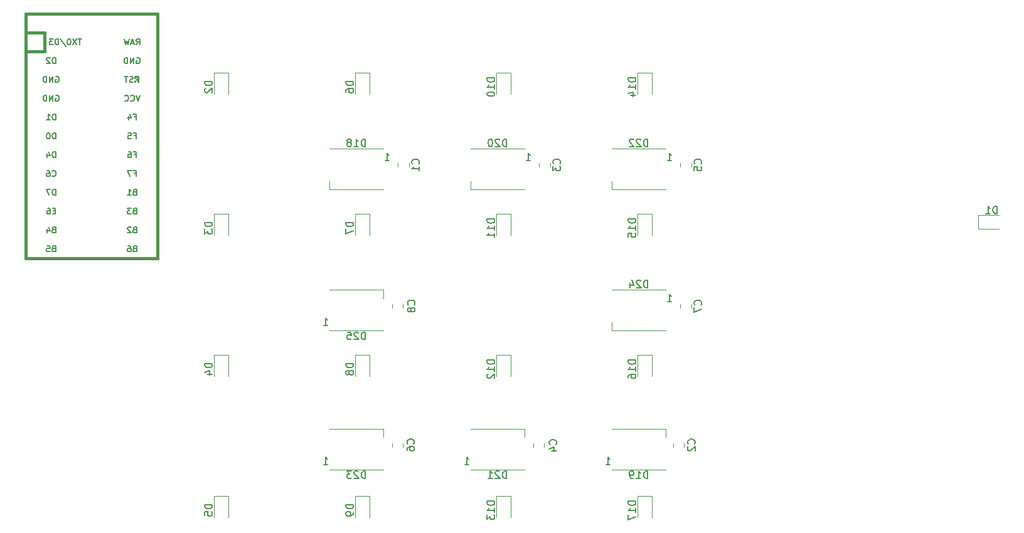
<source format=gbr>
%TF.GenerationSoftware,KiCad,Pcbnew,(5.1.9)-1*%
%TF.CreationDate,2021-03-11T10:21:24+08:00*%
%TF.ProjectId,Retrograde Pad,52657472-6f67-4726-9164-65205061642e,rev?*%
%TF.SameCoordinates,Original*%
%TF.FileFunction,Legend,Bot*%
%TF.FilePolarity,Positive*%
%FSLAX46Y46*%
G04 Gerber Fmt 4.6, Leading zero omitted, Abs format (unit mm)*
G04 Created by KiCad (PCBNEW (5.1.9)-1) date 2021-03-11 10:21:24*
%MOMM*%
%LPD*%
G01*
G04 APERTURE LIST*
%ADD10C,0.120000*%
%ADD11C,0.381000*%
%ADD12C,0.150000*%
G04 APERTURE END LIST*
D10*
%TO.C,C1*%
X108008750Y-72736252D02*
X108008750Y-72213748D01*
X109478750Y-72736252D02*
X109478750Y-72213748D01*
%TO.C,C2*%
X146594500Y-110027998D02*
X146594500Y-110550502D01*
X145124500Y-110027998D02*
X145124500Y-110550502D01*
%TO.C,C3*%
X128528750Y-72736252D02*
X128528750Y-72213748D01*
X127058750Y-72736252D02*
X127058750Y-72213748D01*
%TO.C,C4*%
X126265000Y-110027998D02*
X126265000Y-110550502D01*
X127735000Y-110027998D02*
X127735000Y-110550502D01*
%TO.C,C5*%
X146108750Y-72736252D02*
X146108750Y-72213748D01*
X147578750Y-72736252D02*
X147578750Y-72213748D01*
%TO.C,C6*%
X108685000Y-110027998D02*
X108685000Y-110550502D01*
X107215000Y-110027998D02*
X107215000Y-110550502D01*
%TO.C,C7*%
X147578750Y-91786252D02*
X147578750Y-91263748D01*
X146108750Y-91786252D02*
X146108750Y-91263748D01*
%TO.C,C8*%
X107215000Y-91263748D02*
X107215000Y-91786252D01*
X108685000Y-91263748D02*
X108685000Y-91786252D01*
%TO.C,D18*%
X98743750Y-75775000D02*
X98743750Y-74625000D01*
X106043750Y-75775000D02*
X98743750Y-75775000D01*
X106043750Y-70275000D02*
X98743750Y-70275000D01*
%TO.C,D19*%
X144143750Y-108089250D02*
X144143750Y-109239250D01*
X136843750Y-108089250D02*
X144143750Y-108089250D01*
X136843750Y-113589250D02*
X144143750Y-113589250D01*
%TO.C,D20*%
X125093750Y-70275000D02*
X117793750Y-70275000D01*
X125093750Y-75775000D02*
X117793750Y-75775000D01*
X117793750Y-75775000D02*
X117793750Y-74625000D01*
%TO.C,D21*%
X117793750Y-113589250D02*
X125093750Y-113589250D01*
X117793750Y-108089250D02*
X125093750Y-108089250D01*
X125093750Y-108089250D02*
X125093750Y-109239250D01*
%TO.C,D22*%
X136843750Y-75775000D02*
X136843750Y-74625000D01*
X144143750Y-75775000D02*
X136843750Y-75775000D01*
X144143750Y-70275000D02*
X136843750Y-70275000D01*
%TO.C,D23*%
X106043750Y-108089250D02*
X106043750Y-109239250D01*
X98743750Y-108089250D02*
X106043750Y-108089250D01*
X98743750Y-113589250D02*
X106043750Y-113589250D01*
%TO.C,D24*%
X144143750Y-89325000D02*
X136843750Y-89325000D01*
X144143750Y-94825000D02*
X136843750Y-94825000D01*
X136843750Y-94825000D02*
X136843750Y-93675000D01*
%TO.C,D25*%
X98743750Y-94825000D02*
X106043750Y-94825000D01*
X98743750Y-89325000D02*
X106043750Y-89325000D01*
X106043750Y-89325000D02*
X106043750Y-90475000D01*
D11*
%TO.C,U1*%
X60325000Y-57150000D02*
X57785000Y-57150000D01*
X60325000Y-54610000D02*
X60325000Y-57150000D01*
D12*
G36*
X72719635Y-60899030D02*
G01*
X72719635Y-60999030D01*
X72819635Y-60999030D01*
X72819635Y-60899030D01*
X72719635Y-60899030D01*
G37*
X72719635Y-60899030D02*
X72719635Y-60999030D01*
X72819635Y-60999030D01*
X72819635Y-60899030D01*
X72719635Y-60899030D01*
G36*
X72919635Y-60499030D02*
G01*
X72919635Y-61299030D01*
X73019635Y-61299030D01*
X73019635Y-60499030D01*
X72919635Y-60499030D01*
G37*
X72919635Y-60499030D02*
X72919635Y-61299030D01*
X73019635Y-61299030D01*
X73019635Y-60499030D01*
X72919635Y-60499030D01*
G36*
X72519635Y-61099030D02*
G01*
X72519635Y-61299030D01*
X72619635Y-61299030D01*
X72619635Y-61099030D01*
X72519635Y-61099030D01*
G37*
X72519635Y-61099030D02*
X72519635Y-61299030D01*
X72619635Y-61299030D01*
X72619635Y-61099030D01*
X72519635Y-61099030D01*
G36*
X72519635Y-60499030D02*
G01*
X72519635Y-60799030D01*
X72619635Y-60799030D01*
X72619635Y-60499030D01*
X72519635Y-60499030D01*
G37*
X72519635Y-60499030D02*
X72519635Y-60799030D01*
X72619635Y-60799030D01*
X72619635Y-60499030D01*
X72519635Y-60499030D01*
G36*
X72519635Y-60499030D02*
G01*
X72519635Y-60599030D01*
X73019635Y-60599030D01*
X73019635Y-60499030D01*
X72519635Y-60499030D01*
G37*
X72519635Y-60499030D02*
X72519635Y-60599030D01*
X73019635Y-60599030D01*
X73019635Y-60499030D01*
X72519635Y-60499030D01*
D11*
X75565000Y-85090000D02*
X75565000Y-52070000D01*
X57785000Y-85090000D02*
X75565000Y-85090000D01*
X57785000Y-52070000D02*
X57785000Y-85090000D01*
X75565000Y-52070000D02*
X57785000Y-52070000D01*
X60325000Y-54610000D02*
X57785000Y-54610000D01*
D10*
%TO.C,D1*%
X189118750Y-81128750D02*
X186258750Y-81128750D01*
X186258750Y-81128750D02*
X186258750Y-79208750D01*
X186258750Y-79208750D02*
X189118750Y-79208750D01*
%TO.C,D2*%
X85097500Y-60052500D02*
X85097500Y-62912500D01*
X83177500Y-60052500D02*
X85097500Y-60052500D01*
X83177500Y-62912500D02*
X83177500Y-60052500D01*
%TO.C,D3*%
X85097500Y-79102500D02*
X85097500Y-81962500D01*
X83177500Y-79102500D02*
X85097500Y-79102500D01*
X83177500Y-81962500D02*
X83177500Y-79102500D01*
%TO.C,D4*%
X83177500Y-101012500D02*
X83177500Y-98152500D01*
X83177500Y-98152500D02*
X85097500Y-98152500D01*
X85097500Y-98152500D02*
X85097500Y-101012500D01*
%TO.C,D5*%
X83177500Y-120062500D02*
X83177500Y-117202500D01*
X83177500Y-117202500D02*
X85097500Y-117202500D01*
X85097500Y-117202500D02*
X85097500Y-120062500D01*
%TO.C,D6*%
X102227500Y-62912500D02*
X102227500Y-60052500D01*
X102227500Y-60052500D02*
X104147500Y-60052500D01*
X104147500Y-60052500D02*
X104147500Y-62912500D01*
%TO.C,D7*%
X104147500Y-79102500D02*
X104147500Y-81962500D01*
X102227500Y-79102500D02*
X104147500Y-79102500D01*
X102227500Y-81962500D02*
X102227500Y-79102500D01*
%TO.C,D8*%
X104147500Y-98152500D02*
X104147500Y-101012500D01*
X102227500Y-98152500D02*
X104147500Y-98152500D01*
X102227500Y-101012500D02*
X102227500Y-98152500D01*
%TO.C,D9*%
X104147500Y-117202500D02*
X104147500Y-120062500D01*
X102227500Y-117202500D02*
X104147500Y-117202500D01*
X102227500Y-120062500D02*
X102227500Y-117202500D01*
%TO.C,D10*%
X123197500Y-60052500D02*
X123197500Y-62912500D01*
X121277500Y-60052500D02*
X123197500Y-60052500D01*
X121277500Y-62912500D02*
X121277500Y-60052500D01*
%TO.C,D11*%
X121277500Y-81962500D02*
X121277500Y-79102500D01*
X121277500Y-79102500D02*
X123197500Y-79102500D01*
X123197500Y-79102500D02*
X123197500Y-81962500D01*
%TO.C,D12*%
X121277500Y-101012500D02*
X121277500Y-98152500D01*
X121277500Y-98152500D02*
X123197500Y-98152500D01*
X123197500Y-98152500D02*
X123197500Y-101012500D01*
%TO.C,D13*%
X123197500Y-117202500D02*
X123197500Y-120062500D01*
X121277500Y-117202500D02*
X123197500Y-117202500D01*
X121277500Y-120062500D02*
X121277500Y-117202500D01*
%TO.C,D14*%
X140327500Y-62912500D02*
X140327500Y-60052500D01*
X140327500Y-60052500D02*
X142247500Y-60052500D01*
X142247500Y-60052500D02*
X142247500Y-62912500D01*
%TO.C,D15*%
X142247500Y-79102500D02*
X142247500Y-81962500D01*
X140327500Y-79102500D02*
X142247500Y-79102500D01*
X140327500Y-81962500D02*
X140327500Y-79102500D01*
%TO.C,D16*%
X142247500Y-98152500D02*
X142247500Y-101012500D01*
X140327500Y-98152500D02*
X142247500Y-98152500D01*
X140327500Y-101012500D02*
X140327500Y-98152500D01*
%TO.C,D17*%
X140327500Y-120062500D02*
X140327500Y-117202500D01*
X140327500Y-117202500D02*
X142247500Y-117202500D01*
X142247500Y-117202500D02*
X142247500Y-120062500D01*
%TO.C,C1*%
D12*
X110780892Y-72308333D02*
X110828511Y-72260714D01*
X110876130Y-72117857D01*
X110876130Y-72022619D01*
X110828511Y-71879761D01*
X110733273Y-71784523D01*
X110638035Y-71736904D01*
X110447559Y-71689285D01*
X110304702Y-71689285D01*
X110114226Y-71736904D01*
X110018988Y-71784523D01*
X109923750Y-71879761D01*
X109876130Y-72022619D01*
X109876130Y-72117857D01*
X109923750Y-72260714D01*
X109971369Y-72308333D01*
X110876130Y-73260714D02*
X110876130Y-72689285D01*
X110876130Y-72975000D02*
X109876130Y-72975000D01*
X110018988Y-72879761D01*
X110114226Y-72784523D01*
X110161845Y-72689285D01*
%TO.C,C2*%
X147994642Y-110122583D02*
X148042261Y-110074964D01*
X148089880Y-109932107D01*
X148089880Y-109836869D01*
X148042261Y-109694011D01*
X147947023Y-109598773D01*
X147851785Y-109551154D01*
X147661309Y-109503535D01*
X147518452Y-109503535D01*
X147327976Y-109551154D01*
X147232738Y-109598773D01*
X147137500Y-109694011D01*
X147089880Y-109836869D01*
X147089880Y-109932107D01*
X147137500Y-110074964D01*
X147185119Y-110122583D01*
X147185119Y-110503535D02*
X147137500Y-110551154D01*
X147089880Y-110646392D01*
X147089880Y-110884488D01*
X147137500Y-110979726D01*
X147185119Y-111027345D01*
X147280357Y-111074964D01*
X147375595Y-111074964D01*
X147518452Y-111027345D01*
X148089880Y-110455916D01*
X148089880Y-111074964D01*
%TO.C,C3*%
X129830892Y-72308333D02*
X129878511Y-72260714D01*
X129926130Y-72117857D01*
X129926130Y-72022619D01*
X129878511Y-71879761D01*
X129783273Y-71784523D01*
X129688035Y-71736904D01*
X129497559Y-71689285D01*
X129354702Y-71689285D01*
X129164226Y-71736904D01*
X129068988Y-71784523D01*
X128973750Y-71879761D01*
X128926130Y-72022619D01*
X128926130Y-72117857D01*
X128973750Y-72260714D01*
X129021369Y-72308333D01*
X128926130Y-72641666D02*
X128926130Y-73260714D01*
X129307083Y-72927380D01*
X129307083Y-73070238D01*
X129354702Y-73165476D01*
X129402321Y-73213095D01*
X129497559Y-73260714D01*
X129735654Y-73260714D01*
X129830892Y-73213095D01*
X129878511Y-73165476D01*
X129926130Y-73070238D01*
X129926130Y-72784523D01*
X129878511Y-72689285D01*
X129830892Y-72641666D01*
%TO.C,C4*%
X129325642Y-110196333D02*
X129373261Y-110148714D01*
X129420880Y-110005857D01*
X129420880Y-109910619D01*
X129373261Y-109767761D01*
X129278023Y-109672523D01*
X129182785Y-109624904D01*
X128992309Y-109577285D01*
X128849452Y-109577285D01*
X128658976Y-109624904D01*
X128563738Y-109672523D01*
X128468500Y-109767761D01*
X128420880Y-109910619D01*
X128420880Y-110005857D01*
X128468500Y-110148714D01*
X128516119Y-110196333D01*
X128754214Y-111053476D02*
X129420880Y-111053476D01*
X128373261Y-110815380D02*
X129087547Y-110577285D01*
X129087547Y-111196333D01*
%TO.C,C5*%
X148880892Y-72308333D02*
X148928511Y-72260714D01*
X148976130Y-72117857D01*
X148976130Y-72022619D01*
X148928511Y-71879761D01*
X148833273Y-71784523D01*
X148738035Y-71736904D01*
X148547559Y-71689285D01*
X148404702Y-71689285D01*
X148214226Y-71736904D01*
X148118988Y-71784523D01*
X148023750Y-71879761D01*
X147976130Y-72022619D01*
X147976130Y-72117857D01*
X148023750Y-72260714D01*
X148071369Y-72308333D01*
X147976130Y-73213095D02*
X147976130Y-72736904D01*
X148452321Y-72689285D01*
X148404702Y-72736904D01*
X148357083Y-72832142D01*
X148357083Y-73070238D01*
X148404702Y-73165476D01*
X148452321Y-73213095D01*
X148547559Y-73260714D01*
X148785654Y-73260714D01*
X148880892Y-73213095D01*
X148928511Y-73165476D01*
X148976130Y-73070238D01*
X148976130Y-72832142D01*
X148928511Y-72736904D01*
X148880892Y-72689285D01*
%TO.C,C6*%
X110116892Y-110122583D02*
X110164511Y-110074964D01*
X110212130Y-109932107D01*
X110212130Y-109836869D01*
X110164511Y-109694011D01*
X110069273Y-109598773D01*
X109974035Y-109551154D01*
X109783559Y-109503535D01*
X109640702Y-109503535D01*
X109450226Y-109551154D01*
X109354988Y-109598773D01*
X109259750Y-109694011D01*
X109212130Y-109836869D01*
X109212130Y-109932107D01*
X109259750Y-110074964D01*
X109307369Y-110122583D01*
X109212130Y-110979726D02*
X109212130Y-110789250D01*
X109259750Y-110694011D01*
X109307369Y-110646392D01*
X109450226Y-110551154D01*
X109640702Y-110503535D01*
X110021654Y-110503535D01*
X110116892Y-110551154D01*
X110164511Y-110598773D01*
X110212130Y-110694011D01*
X110212130Y-110884488D01*
X110164511Y-110979726D01*
X110116892Y-111027345D01*
X110021654Y-111074964D01*
X109783559Y-111074964D01*
X109688321Y-111027345D01*
X109640702Y-110979726D01*
X109593083Y-110884488D01*
X109593083Y-110694011D01*
X109640702Y-110598773D01*
X109688321Y-110551154D01*
X109783559Y-110503535D01*
%TO.C,C7*%
X148880892Y-91358333D02*
X148928511Y-91310714D01*
X148976130Y-91167857D01*
X148976130Y-91072619D01*
X148928511Y-90929761D01*
X148833273Y-90834523D01*
X148738035Y-90786904D01*
X148547559Y-90739285D01*
X148404702Y-90739285D01*
X148214226Y-90786904D01*
X148118988Y-90834523D01*
X148023750Y-90929761D01*
X147976130Y-91072619D01*
X147976130Y-91167857D01*
X148023750Y-91310714D01*
X148071369Y-91358333D01*
X147976130Y-91691666D02*
X147976130Y-92358333D01*
X148976130Y-91929761D01*
%TO.C,C8*%
X110212142Y-91358333D02*
X110259761Y-91310714D01*
X110307380Y-91167857D01*
X110307380Y-91072619D01*
X110259761Y-90929761D01*
X110164523Y-90834523D01*
X110069285Y-90786904D01*
X109878809Y-90739285D01*
X109735952Y-90739285D01*
X109545476Y-90786904D01*
X109450238Y-90834523D01*
X109355000Y-90929761D01*
X109307380Y-91072619D01*
X109307380Y-91167857D01*
X109355000Y-91310714D01*
X109402619Y-91358333D01*
X109735952Y-91929761D02*
X109688333Y-91834523D01*
X109640714Y-91786904D01*
X109545476Y-91739285D01*
X109497857Y-91739285D01*
X109402619Y-91786904D01*
X109355000Y-91834523D01*
X109307380Y-91929761D01*
X109307380Y-92120238D01*
X109355000Y-92215476D01*
X109402619Y-92263095D01*
X109497857Y-92310714D01*
X109545476Y-92310714D01*
X109640714Y-92263095D01*
X109688333Y-92215476D01*
X109735952Y-92120238D01*
X109735952Y-91929761D01*
X109783571Y-91834523D01*
X109831190Y-91786904D01*
X109926428Y-91739285D01*
X110116904Y-91739285D01*
X110212142Y-91786904D01*
X110259761Y-91834523D01*
X110307380Y-91929761D01*
X110307380Y-92120238D01*
X110259761Y-92215476D01*
X110212142Y-92263095D01*
X110116904Y-92310714D01*
X109926428Y-92310714D01*
X109831190Y-92263095D01*
X109783571Y-92215476D01*
X109735952Y-92120238D01*
%TO.C,D18*%
X103608035Y-69977380D02*
X103608035Y-68977380D01*
X103369940Y-68977380D01*
X103227083Y-69025000D01*
X103131845Y-69120238D01*
X103084226Y-69215476D01*
X103036607Y-69405952D01*
X103036607Y-69548809D01*
X103084226Y-69739285D01*
X103131845Y-69834523D01*
X103227083Y-69929761D01*
X103369940Y-69977380D01*
X103608035Y-69977380D01*
X102084226Y-69977380D02*
X102655654Y-69977380D01*
X102369940Y-69977380D02*
X102369940Y-68977380D01*
X102465178Y-69120238D01*
X102560416Y-69215476D01*
X102655654Y-69263095D01*
X101512797Y-69405952D02*
X101608035Y-69358333D01*
X101655654Y-69310714D01*
X101703273Y-69215476D01*
X101703273Y-69167857D01*
X101655654Y-69072619D01*
X101608035Y-69025000D01*
X101512797Y-68977380D01*
X101322321Y-68977380D01*
X101227083Y-69025000D01*
X101179464Y-69072619D01*
X101131845Y-69167857D01*
X101131845Y-69215476D01*
X101179464Y-69310714D01*
X101227083Y-69358333D01*
X101322321Y-69405952D01*
X101512797Y-69405952D01*
X101608035Y-69453571D01*
X101655654Y-69501190D01*
X101703273Y-69596428D01*
X101703273Y-69786904D01*
X101655654Y-69882142D01*
X101608035Y-69929761D01*
X101512797Y-69977380D01*
X101322321Y-69977380D01*
X101227083Y-69929761D01*
X101179464Y-69882142D01*
X101131845Y-69786904D01*
X101131845Y-69596428D01*
X101179464Y-69501190D01*
X101227083Y-69453571D01*
X101322321Y-69405952D01*
X106258035Y-71877380D02*
X106829464Y-71877380D01*
X106543750Y-71877380D02*
X106543750Y-70877380D01*
X106638988Y-71020238D01*
X106734226Y-71115476D01*
X106829464Y-71163095D01*
%TO.C,D19*%
X141708035Y-114791630D02*
X141708035Y-113791630D01*
X141469940Y-113791630D01*
X141327083Y-113839250D01*
X141231845Y-113934488D01*
X141184226Y-114029726D01*
X141136607Y-114220202D01*
X141136607Y-114363059D01*
X141184226Y-114553535D01*
X141231845Y-114648773D01*
X141327083Y-114744011D01*
X141469940Y-114791630D01*
X141708035Y-114791630D01*
X140184226Y-114791630D02*
X140755654Y-114791630D01*
X140469940Y-114791630D02*
X140469940Y-113791630D01*
X140565178Y-113934488D01*
X140660416Y-114029726D01*
X140755654Y-114077345D01*
X139708035Y-114791630D02*
X139517559Y-114791630D01*
X139422321Y-114744011D01*
X139374702Y-114696392D01*
X139279464Y-114553535D01*
X139231845Y-114363059D01*
X139231845Y-113982107D01*
X139279464Y-113886869D01*
X139327083Y-113839250D01*
X139422321Y-113791630D01*
X139612797Y-113791630D01*
X139708035Y-113839250D01*
X139755654Y-113886869D01*
X139803273Y-113982107D01*
X139803273Y-114220202D01*
X139755654Y-114315440D01*
X139708035Y-114363059D01*
X139612797Y-114410678D01*
X139422321Y-114410678D01*
X139327083Y-114363059D01*
X139279464Y-114315440D01*
X139231845Y-114220202D01*
X136058035Y-112891630D02*
X136629464Y-112891630D01*
X136343750Y-112891630D02*
X136343750Y-111891630D01*
X136438988Y-112034488D01*
X136534226Y-112129726D01*
X136629464Y-112177345D01*
%TO.C,D20*%
X122658035Y-69977380D02*
X122658035Y-68977380D01*
X122419940Y-68977380D01*
X122277083Y-69025000D01*
X122181845Y-69120238D01*
X122134226Y-69215476D01*
X122086607Y-69405952D01*
X122086607Y-69548809D01*
X122134226Y-69739285D01*
X122181845Y-69834523D01*
X122277083Y-69929761D01*
X122419940Y-69977380D01*
X122658035Y-69977380D01*
X121705654Y-69072619D02*
X121658035Y-69025000D01*
X121562797Y-68977380D01*
X121324702Y-68977380D01*
X121229464Y-69025000D01*
X121181845Y-69072619D01*
X121134226Y-69167857D01*
X121134226Y-69263095D01*
X121181845Y-69405952D01*
X121753273Y-69977380D01*
X121134226Y-69977380D01*
X120515178Y-68977380D02*
X120419940Y-68977380D01*
X120324702Y-69025000D01*
X120277083Y-69072619D01*
X120229464Y-69167857D01*
X120181845Y-69358333D01*
X120181845Y-69596428D01*
X120229464Y-69786904D01*
X120277083Y-69882142D01*
X120324702Y-69929761D01*
X120419940Y-69977380D01*
X120515178Y-69977380D01*
X120610416Y-69929761D01*
X120658035Y-69882142D01*
X120705654Y-69786904D01*
X120753273Y-69596428D01*
X120753273Y-69358333D01*
X120705654Y-69167857D01*
X120658035Y-69072619D01*
X120610416Y-69025000D01*
X120515178Y-68977380D01*
X125308035Y-71877380D02*
X125879464Y-71877380D01*
X125593750Y-71877380D02*
X125593750Y-70877380D01*
X125688988Y-71020238D01*
X125784226Y-71115476D01*
X125879464Y-71163095D01*
%TO.C,D21*%
X122658035Y-114791630D02*
X122658035Y-113791630D01*
X122419940Y-113791630D01*
X122277083Y-113839250D01*
X122181845Y-113934488D01*
X122134226Y-114029726D01*
X122086607Y-114220202D01*
X122086607Y-114363059D01*
X122134226Y-114553535D01*
X122181845Y-114648773D01*
X122277083Y-114744011D01*
X122419940Y-114791630D01*
X122658035Y-114791630D01*
X121705654Y-113886869D02*
X121658035Y-113839250D01*
X121562797Y-113791630D01*
X121324702Y-113791630D01*
X121229464Y-113839250D01*
X121181845Y-113886869D01*
X121134226Y-113982107D01*
X121134226Y-114077345D01*
X121181845Y-114220202D01*
X121753273Y-114791630D01*
X121134226Y-114791630D01*
X120181845Y-114791630D02*
X120753273Y-114791630D01*
X120467559Y-114791630D02*
X120467559Y-113791630D01*
X120562797Y-113934488D01*
X120658035Y-114029726D01*
X120753273Y-114077345D01*
X117008035Y-112891630D02*
X117579464Y-112891630D01*
X117293750Y-112891630D02*
X117293750Y-111891630D01*
X117388988Y-112034488D01*
X117484226Y-112129726D01*
X117579464Y-112177345D01*
%TO.C,D22*%
X141708035Y-69977380D02*
X141708035Y-68977380D01*
X141469940Y-68977380D01*
X141327083Y-69025000D01*
X141231845Y-69120238D01*
X141184226Y-69215476D01*
X141136607Y-69405952D01*
X141136607Y-69548809D01*
X141184226Y-69739285D01*
X141231845Y-69834523D01*
X141327083Y-69929761D01*
X141469940Y-69977380D01*
X141708035Y-69977380D01*
X140755654Y-69072619D02*
X140708035Y-69025000D01*
X140612797Y-68977380D01*
X140374702Y-68977380D01*
X140279464Y-69025000D01*
X140231845Y-69072619D01*
X140184226Y-69167857D01*
X140184226Y-69263095D01*
X140231845Y-69405952D01*
X140803273Y-69977380D01*
X140184226Y-69977380D01*
X139803273Y-69072619D02*
X139755654Y-69025000D01*
X139660416Y-68977380D01*
X139422321Y-68977380D01*
X139327083Y-69025000D01*
X139279464Y-69072619D01*
X139231845Y-69167857D01*
X139231845Y-69263095D01*
X139279464Y-69405952D01*
X139850892Y-69977380D01*
X139231845Y-69977380D01*
X144358035Y-71877380D02*
X144929464Y-71877380D01*
X144643750Y-71877380D02*
X144643750Y-70877380D01*
X144738988Y-71020238D01*
X144834226Y-71115476D01*
X144929464Y-71163095D01*
%TO.C,D23*%
X103608035Y-114791630D02*
X103608035Y-113791630D01*
X103369940Y-113791630D01*
X103227083Y-113839250D01*
X103131845Y-113934488D01*
X103084226Y-114029726D01*
X103036607Y-114220202D01*
X103036607Y-114363059D01*
X103084226Y-114553535D01*
X103131845Y-114648773D01*
X103227083Y-114744011D01*
X103369940Y-114791630D01*
X103608035Y-114791630D01*
X102655654Y-113886869D02*
X102608035Y-113839250D01*
X102512797Y-113791630D01*
X102274702Y-113791630D01*
X102179464Y-113839250D01*
X102131845Y-113886869D01*
X102084226Y-113982107D01*
X102084226Y-114077345D01*
X102131845Y-114220202D01*
X102703273Y-114791630D01*
X102084226Y-114791630D01*
X101750892Y-113791630D02*
X101131845Y-113791630D01*
X101465178Y-114172583D01*
X101322321Y-114172583D01*
X101227083Y-114220202D01*
X101179464Y-114267821D01*
X101131845Y-114363059D01*
X101131845Y-114601154D01*
X101179464Y-114696392D01*
X101227083Y-114744011D01*
X101322321Y-114791630D01*
X101608035Y-114791630D01*
X101703273Y-114744011D01*
X101750892Y-114696392D01*
X97958035Y-112891630D02*
X98529464Y-112891630D01*
X98243750Y-112891630D02*
X98243750Y-111891630D01*
X98338988Y-112034488D01*
X98434226Y-112129726D01*
X98529464Y-112177345D01*
%TO.C,D24*%
X141708035Y-89027380D02*
X141708035Y-88027380D01*
X141469940Y-88027380D01*
X141327083Y-88075000D01*
X141231845Y-88170238D01*
X141184226Y-88265476D01*
X141136607Y-88455952D01*
X141136607Y-88598809D01*
X141184226Y-88789285D01*
X141231845Y-88884523D01*
X141327083Y-88979761D01*
X141469940Y-89027380D01*
X141708035Y-89027380D01*
X140755654Y-88122619D02*
X140708035Y-88075000D01*
X140612797Y-88027380D01*
X140374702Y-88027380D01*
X140279464Y-88075000D01*
X140231845Y-88122619D01*
X140184226Y-88217857D01*
X140184226Y-88313095D01*
X140231845Y-88455952D01*
X140803273Y-89027380D01*
X140184226Y-89027380D01*
X139327083Y-88360714D02*
X139327083Y-89027380D01*
X139565178Y-87979761D02*
X139803273Y-88694047D01*
X139184226Y-88694047D01*
X144358035Y-90927380D02*
X144929464Y-90927380D01*
X144643750Y-90927380D02*
X144643750Y-89927380D01*
X144738988Y-90070238D01*
X144834226Y-90165476D01*
X144929464Y-90213095D01*
%TO.C,D25*%
X103608035Y-96027380D02*
X103608035Y-95027380D01*
X103369940Y-95027380D01*
X103227083Y-95075000D01*
X103131845Y-95170238D01*
X103084226Y-95265476D01*
X103036607Y-95455952D01*
X103036607Y-95598809D01*
X103084226Y-95789285D01*
X103131845Y-95884523D01*
X103227083Y-95979761D01*
X103369940Y-96027380D01*
X103608035Y-96027380D01*
X102655654Y-95122619D02*
X102608035Y-95075000D01*
X102512797Y-95027380D01*
X102274702Y-95027380D01*
X102179464Y-95075000D01*
X102131845Y-95122619D01*
X102084226Y-95217857D01*
X102084226Y-95313095D01*
X102131845Y-95455952D01*
X102703273Y-96027380D01*
X102084226Y-96027380D01*
X101179464Y-95027380D02*
X101655654Y-95027380D01*
X101703273Y-95503571D01*
X101655654Y-95455952D01*
X101560416Y-95408333D01*
X101322321Y-95408333D01*
X101227083Y-95455952D01*
X101179464Y-95503571D01*
X101131845Y-95598809D01*
X101131845Y-95836904D01*
X101179464Y-95932142D01*
X101227083Y-95979761D01*
X101322321Y-96027380D01*
X101560416Y-96027380D01*
X101655654Y-95979761D01*
X101703273Y-95932142D01*
X97958035Y-94127380D02*
X98529464Y-94127380D01*
X98243750Y-94127380D02*
X98243750Y-93127380D01*
X98338988Y-93270238D01*
X98434226Y-93365476D01*
X98529464Y-93413095D01*
%TO.C,U1*%
X61804476Y-58781904D02*
X61804476Y-57981904D01*
X61614000Y-57981904D01*
X61499714Y-58020000D01*
X61423523Y-58096190D01*
X61385428Y-58172380D01*
X61347333Y-58324761D01*
X61347333Y-58439047D01*
X61385428Y-58591428D01*
X61423523Y-58667619D01*
X61499714Y-58743809D01*
X61614000Y-58781904D01*
X61804476Y-58781904D01*
X61042571Y-58058095D02*
X61004476Y-58020000D01*
X60928285Y-57981904D01*
X60737809Y-57981904D01*
X60661619Y-58020000D01*
X60623523Y-58058095D01*
X60585428Y-58134285D01*
X60585428Y-58210476D01*
X60623523Y-58324761D01*
X61080666Y-58781904D01*
X60585428Y-58781904D01*
X61804476Y-68941904D02*
X61804476Y-68141904D01*
X61614000Y-68141904D01*
X61499714Y-68180000D01*
X61423523Y-68256190D01*
X61385428Y-68332380D01*
X61347333Y-68484761D01*
X61347333Y-68599047D01*
X61385428Y-68751428D01*
X61423523Y-68827619D01*
X61499714Y-68903809D01*
X61614000Y-68941904D01*
X61804476Y-68941904D01*
X60852095Y-68141904D02*
X60775904Y-68141904D01*
X60699714Y-68180000D01*
X60661619Y-68218095D01*
X60623523Y-68294285D01*
X60585428Y-68446666D01*
X60585428Y-68637142D01*
X60623523Y-68789523D01*
X60661619Y-68865714D01*
X60699714Y-68903809D01*
X60775904Y-68941904D01*
X60852095Y-68941904D01*
X60928285Y-68903809D01*
X60966380Y-68865714D01*
X61004476Y-68789523D01*
X61042571Y-68637142D01*
X61042571Y-68446666D01*
X61004476Y-68294285D01*
X60966380Y-68218095D01*
X60928285Y-68180000D01*
X60852095Y-68141904D01*
X61804476Y-66401904D02*
X61804476Y-65601904D01*
X61614000Y-65601904D01*
X61499714Y-65640000D01*
X61423523Y-65716190D01*
X61385428Y-65792380D01*
X61347333Y-65944761D01*
X61347333Y-66059047D01*
X61385428Y-66211428D01*
X61423523Y-66287619D01*
X61499714Y-66363809D01*
X61614000Y-66401904D01*
X61804476Y-66401904D01*
X60585428Y-66401904D02*
X61042571Y-66401904D01*
X60814000Y-66401904D02*
X60814000Y-65601904D01*
X60890190Y-65716190D01*
X60966380Y-65792380D01*
X61042571Y-65830476D01*
X61823523Y-63100000D02*
X61899714Y-63061904D01*
X62014000Y-63061904D01*
X62128285Y-63100000D01*
X62204476Y-63176190D01*
X62242571Y-63252380D01*
X62280666Y-63404761D01*
X62280666Y-63519047D01*
X62242571Y-63671428D01*
X62204476Y-63747619D01*
X62128285Y-63823809D01*
X62014000Y-63861904D01*
X61937809Y-63861904D01*
X61823523Y-63823809D01*
X61785428Y-63785714D01*
X61785428Y-63519047D01*
X61937809Y-63519047D01*
X61442571Y-63861904D02*
X61442571Y-63061904D01*
X60985428Y-63861904D01*
X60985428Y-63061904D01*
X60604476Y-63861904D02*
X60604476Y-63061904D01*
X60414000Y-63061904D01*
X60299714Y-63100000D01*
X60223523Y-63176190D01*
X60185428Y-63252380D01*
X60147333Y-63404761D01*
X60147333Y-63519047D01*
X60185428Y-63671428D01*
X60223523Y-63747619D01*
X60299714Y-63823809D01*
X60414000Y-63861904D01*
X60604476Y-63861904D01*
X61823523Y-60560000D02*
X61899714Y-60521904D01*
X62014000Y-60521904D01*
X62128285Y-60560000D01*
X62204476Y-60636190D01*
X62242571Y-60712380D01*
X62280666Y-60864761D01*
X62280666Y-60979047D01*
X62242571Y-61131428D01*
X62204476Y-61207619D01*
X62128285Y-61283809D01*
X62014000Y-61321904D01*
X61937809Y-61321904D01*
X61823523Y-61283809D01*
X61785428Y-61245714D01*
X61785428Y-60979047D01*
X61937809Y-60979047D01*
X61442571Y-61321904D02*
X61442571Y-60521904D01*
X60985428Y-61321904D01*
X60985428Y-60521904D01*
X60604476Y-61321904D02*
X60604476Y-60521904D01*
X60414000Y-60521904D01*
X60299714Y-60560000D01*
X60223523Y-60636190D01*
X60185428Y-60712380D01*
X60147333Y-60864761D01*
X60147333Y-60979047D01*
X60185428Y-61131428D01*
X60223523Y-61207619D01*
X60299714Y-61283809D01*
X60414000Y-61321904D01*
X60604476Y-61321904D01*
X61804476Y-71481904D02*
X61804476Y-70681904D01*
X61614000Y-70681904D01*
X61499714Y-70720000D01*
X61423523Y-70796190D01*
X61385428Y-70872380D01*
X61347333Y-71024761D01*
X61347333Y-71139047D01*
X61385428Y-71291428D01*
X61423523Y-71367619D01*
X61499714Y-71443809D01*
X61614000Y-71481904D01*
X61804476Y-71481904D01*
X60661619Y-70948571D02*
X60661619Y-71481904D01*
X60852095Y-70643809D02*
X61042571Y-71215238D01*
X60547333Y-71215238D01*
X61347333Y-73945714D02*
X61385428Y-73983809D01*
X61499714Y-74021904D01*
X61575904Y-74021904D01*
X61690190Y-73983809D01*
X61766380Y-73907619D01*
X61804476Y-73831428D01*
X61842571Y-73679047D01*
X61842571Y-73564761D01*
X61804476Y-73412380D01*
X61766380Y-73336190D01*
X61690190Y-73260000D01*
X61575904Y-73221904D01*
X61499714Y-73221904D01*
X61385428Y-73260000D01*
X61347333Y-73298095D01*
X60661619Y-73221904D02*
X60814000Y-73221904D01*
X60890190Y-73260000D01*
X60928285Y-73298095D01*
X61004476Y-73412380D01*
X61042571Y-73564761D01*
X61042571Y-73869523D01*
X61004476Y-73945714D01*
X60966380Y-73983809D01*
X60890190Y-74021904D01*
X60737809Y-74021904D01*
X60661619Y-73983809D01*
X60623523Y-73945714D01*
X60585428Y-73869523D01*
X60585428Y-73679047D01*
X60623523Y-73602857D01*
X60661619Y-73564761D01*
X60737809Y-73526666D01*
X60890190Y-73526666D01*
X60966380Y-73564761D01*
X61004476Y-73602857D01*
X61042571Y-73679047D01*
X61804476Y-76561904D02*
X61804476Y-75761904D01*
X61614000Y-75761904D01*
X61499714Y-75800000D01*
X61423523Y-75876190D01*
X61385428Y-75952380D01*
X61347333Y-76104761D01*
X61347333Y-76219047D01*
X61385428Y-76371428D01*
X61423523Y-76447619D01*
X61499714Y-76523809D01*
X61614000Y-76561904D01*
X61804476Y-76561904D01*
X61080666Y-75761904D02*
X60547333Y-75761904D01*
X60890190Y-76561904D01*
X61766380Y-78682857D02*
X61499714Y-78682857D01*
X61385428Y-79101904D02*
X61766380Y-79101904D01*
X61766380Y-78301904D01*
X61385428Y-78301904D01*
X60699714Y-78301904D02*
X60852095Y-78301904D01*
X60928285Y-78340000D01*
X60966380Y-78378095D01*
X61042571Y-78492380D01*
X61080666Y-78644761D01*
X61080666Y-78949523D01*
X61042571Y-79025714D01*
X61004476Y-79063809D01*
X60928285Y-79101904D01*
X60775904Y-79101904D01*
X60699714Y-79063809D01*
X60661619Y-79025714D01*
X60623523Y-78949523D01*
X60623523Y-78759047D01*
X60661619Y-78682857D01*
X60699714Y-78644761D01*
X60775904Y-78606666D01*
X60928285Y-78606666D01*
X61004476Y-78644761D01*
X61042571Y-78682857D01*
X61080666Y-78759047D01*
X61537809Y-81222857D02*
X61423523Y-81260952D01*
X61385428Y-81299047D01*
X61347333Y-81375238D01*
X61347333Y-81489523D01*
X61385428Y-81565714D01*
X61423523Y-81603809D01*
X61499714Y-81641904D01*
X61804476Y-81641904D01*
X61804476Y-80841904D01*
X61537809Y-80841904D01*
X61461619Y-80880000D01*
X61423523Y-80918095D01*
X61385428Y-80994285D01*
X61385428Y-81070476D01*
X61423523Y-81146666D01*
X61461619Y-81184761D01*
X61537809Y-81222857D01*
X61804476Y-81222857D01*
X60661619Y-81108571D02*
X60661619Y-81641904D01*
X60852095Y-80803809D02*
X61042571Y-81375238D01*
X60547333Y-81375238D01*
X61537809Y-83762857D02*
X61423523Y-83800952D01*
X61385428Y-83839047D01*
X61347333Y-83915238D01*
X61347333Y-84029523D01*
X61385428Y-84105714D01*
X61423523Y-84143809D01*
X61499714Y-84181904D01*
X61804476Y-84181904D01*
X61804476Y-83381904D01*
X61537809Y-83381904D01*
X61461619Y-83420000D01*
X61423523Y-83458095D01*
X61385428Y-83534285D01*
X61385428Y-83610476D01*
X61423523Y-83686666D01*
X61461619Y-83724761D01*
X61537809Y-83762857D01*
X61804476Y-83762857D01*
X60623523Y-83381904D02*
X61004476Y-83381904D01*
X61042571Y-83762857D01*
X61004476Y-83724761D01*
X60928285Y-83686666D01*
X60737809Y-83686666D01*
X60661619Y-83724761D01*
X60623523Y-83762857D01*
X60585428Y-83839047D01*
X60585428Y-84029523D01*
X60623523Y-84105714D01*
X60661619Y-84143809D01*
X60737809Y-84181904D01*
X60928285Y-84181904D01*
X61004476Y-84143809D01*
X61042571Y-84105714D01*
X72459809Y-83762857D02*
X72345523Y-83800952D01*
X72307428Y-83839047D01*
X72269333Y-83915238D01*
X72269333Y-84029523D01*
X72307428Y-84105714D01*
X72345523Y-84143809D01*
X72421714Y-84181904D01*
X72726476Y-84181904D01*
X72726476Y-83381904D01*
X72459809Y-83381904D01*
X72383619Y-83420000D01*
X72345523Y-83458095D01*
X72307428Y-83534285D01*
X72307428Y-83610476D01*
X72345523Y-83686666D01*
X72383619Y-83724761D01*
X72459809Y-83762857D01*
X72726476Y-83762857D01*
X71583619Y-83381904D02*
X71736000Y-83381904D01*
X71812190Y-83420000D01*
X71850285Y-83458095D01*
X71926476Y-83572380D01*
X71964571Y-83724761D01*
X71964571Y-84029523D01*
X71926476Y-84105714D01*
X71888380Y-84143809D01*
X71812190Y-84181904D01*
X71659809Y-84181904D01*
X71583619Y-84143809D01*
X71545523Y-84105714D01*
X71507428Y-84029523D01*
X71507428Y-83839047D01*
X71545523Y-83762857D01*
X71583619Y-83724761D01*
X71659809Y-83686666D01*
X71812190Y-83686666D01*
X71888380Y-83724761D01*
X71926476Y-83762857D01*
X71964571Y-83839047D01*
X72459809Y-78682857D02*
X72345523Y-78720952D01*
X72307428Y-78759047D01*
X72269333Y-78835238D01*
X72269333Y-78949523D01*
X72307428Y-79025714D01*
X72345523Y-79063809D01*
X72421714Y-79101904D01*
X72726476Y-79101904D01*
X72726476Y-78301904D01*
X72459809Y-78301904D01*
X72383619Y-78340000D01*
X72345523Y-78378095D01*
X72307428Y-78454285D01*
X72307428Y-78530476D01*
X72345523Y-78606666D01*
X72383619Y-78644761D01*
X72459809Y-78682857D01*
X72726476Y-78682857D01*
X72002666Y-78301904D02*
X71507428Y-78301904D01*
X71774095Y-78606666D01*
X71659809Y-78606666D01*
X71583619Y-78644761D01*
X71545523Y-78682857D01*
X71507428Y-78759047D01*
X71507428Y-78949523D01*
X71545523Y-79025714D01*
X71583619Y-79063809D01*
X71659809Y-79101904D01*
X71888380Y-79101904D01*
X71964571Y-79063809D01*
X72002666Y-79025714D01*
X72459809Y-76142857D02*
X72345523Y-76180952D01*
X72307428Y-76219047D01*
X72269333Y-76295238D01*
X72269333Y-76409523D01*
X72307428Y-76485714D01*
X72345523Y-76523809D01*
X72421714Y-76561904D01*
X72726476Y-76561904D01*
X72726476Y-75761904D01*
X72459809Y-75761904D01*
X72383619Y-75800000D01*
X72345523Y-75838095D01*
X72307428Y-75914285D01*
X72307428Y-75990476D01*
X72345523Y-76066666D01*
X72383619Y-76104761D01*
X72459809Y-76142857D01*
X72726476Y-76142857D01*
X71507428Y-76561904D02*
X71964571Y-76561904D01*
X71736000Y-76561904D02*
X71736000Y-75761904D01*
X71812190Y-75876190D01*
X71888380Y-75952380D01*
X71964571Y-75990476D01*
X72402666Y-65982857D02*
X72669333Y-65982857D01*
X72669333Y-66401904D02*
X72669333Y-65601904D01*
X72288380Y-65601904D01*
X71640761Y-65868571D02*
X71640761Y-66401904D01*
X71831238Y-65563809D02*
X72021714Y-66135238D01*
X71526476Y-66135238D01*
X73202666Y-63061904D02*
X72936000Y-63861904D01*
X72669333Y-63061904D01*
X71945523Y-63785714D02*
X71983619Y-63823809D01*
X72097904Y-63861904D01*
X72174095Y-63861904D01*
X72288380Y-63823809D01*
X72364571Y-63747619D01*
X72402666Y-63671428D01*
X72440761Y-63519047D01*
X72440761Y-63404761D01*
X72402666Y-63252380D01*
X72364571Y-63176190D01*
X72288380Y-63100000D01*
X72174095Y-63061904D01*
X72097904Y-63061904D01*
X71983619Y-63100000D01*
X71945523Y-63138095D01*
X71145523Y-63785714D02*
X71183619Y-63823809D01*
X71297904Y-63861904D01*
X71374095Y-63861904D01*
X71488380Y-63823809D01*
X71564571Y-63747619D01*
X71602666Y-63671428D01*
X71640761Y-63519047D01*
X71640761Y-63404761D01*
X71602666Y-63252380D01*
X71564571Y-63176190D01*
X71488380Y-63100000D01*
X71374095Y-63061904D01*
X71297904Y-63061904D01*
X71183619Y-63100000D01*
X71145523Y-63138095D01*
X72745523Y-58020000D02*
X72821714Y-57981904D01*
X72936000Y-57981904D01*
X73050285Y-58020000D01*
X73126476Y-58096190D01*
X73164571Y-58172380D01*
X73202666Y-58324761D01*
X73202666Y-58439047D01*
X73164571Y-58591428D01*
X73126476Y-58667619D01*
X73050285Y-58743809D01*
X72936000Y-58781904D01*
X72859809Y-58781904D01*
X72745523Y-58743809D01*
X72707428Y-58705714D01*
X72707428Y-58439047D01*
X72859809Y-58439047D01*
X72364571Y-58781904D02*
X72364571Y-57981904D01*
X71907428Y-58781904D01*
X71907428Y-57981904D01*
X71526476Y-58781904D02*
X71526476Y-57981904D01*
X71336000Y-57981904D01*
X71221714Y-58020000D01*
X71145523Y-58096190D01*
X71107428Y-58172380D01*
X71069333Y-58324761D01*
X71069333Y-58439047D01*
X71107428Y-58591428D01*
X71145523Y-58667619D01*
X71221714Y-58743809D01*
X71336000Y-58781904D01*
X71526476Y-58781904D01*
X72688380Y-56241904D02*
X72955047Y-55860952D01*
X73145523Y-56241904D02*
X73145523Y-55441904D01*
X72840761Y-55441904D01*
X72764571Y-55480000D01*
X72726476Y-55518095D01*
X72688380Y-55594285D01*
X72688380Y-55708571D01*
X72726476Y-55784761D01*
X72764571Y-55822857D01*
X72840761Y-55860952D01*
X73145523Y-55860952D01*
X72383619Y-56013333D02*
X72002666Y-56013333D01*
X72459809Y-56241904D02*
X72193142Y-55441904D01*
X71926476Y-56241904D01*
X71736000Y-55441904D02*
X71545523Y-56241904D01*
X71393142Y-55670476D01*
X71240761Y-56241904D01*
X71050285Y-55441904D01*
X72402666Y-68522857D02*
X72669333Y-68522857D01*
X72669333Y-68941904D02*
X72669333Y-68141904D01*
X72288380Y-68141904D01*
X71602666Y-68141904D02*
X71983619Y-68141904D01*
X72021714Y-68522857D01*
X71983619Y-68484761D01*
X71907428Y-68446666D01*
X71716952Y-68446666D01*
X71640761Y-68484761D01*
X71602666Y-68522857D01*
X71564571Y-68599047D01*
X71564571Y-68789523D01*
X71602666Y-68865714D01*
X71640761Y-68903809D01*
X71716952Y-68941904D01*
X71907428Y-68941904D01*
X71983619Y-68903809D01*
X72021714Y-68865714D01*
X72402666Y-71062857D02*
X72669333Y-71062857D01*
X72669333Y-71481904D02*
X72669333Y-70681904D01*
X72288380Y-70681904D01*
X71640761Y-70681904D02*
X71793142Y-70681904D01*
X71869333Y-70720000D01*
X71907428Y-70758095D01*
X71983619Y-70872380D01*
X72021714Y-71024761D01*
X72021714Y-71329523D01*
X71983619Y-71405714D01*
X71945523Y-71443809D01*
X71869333Y-71481904D01*
X71716952Y-71481904D01*
X71640761Y-71443809D01*
X71602666Y-71405714D01*
X71564571Y-71329523D01*
X71564571Y-71139047D01*
X71602666Y-71062857D01*
X71640761Y-71024761D01*
X71716952Y-70986666D01*
X71869333Y-70986666D01*
X71945523Y-71024761D01*
X71983619Y-71062857D01*
X72021714Y-71139047D01*
X72402666Y-73602857D02*
X72669333Y-73602857D01*
X72669333Y-74021904D02*
X72669333Y-73221904D01*
X72288380Y-73221904D01*
X72059809Y-73221904D02*
X71526476Y-73221904D01*
X71869333Y-74021904D01*
X72459809Y-81222857D02*
X72345523Y-81260952D01*
X72307428Y-81299047D01*
X72269333Y-81375238D01*
X72269333Y-81489523D01*
X72307428Y-81565714D01*
X72345523Y-81603809D01*
X72421714Y-81641904D01*
X72726476Y-81641904D01*
X72726476Y-80841904D01*
X72459809Y-80841904D01*
X72383619Y-80880000D01*
X72345523Y-80918095D01*
X72307428Y-80994285D01*
X72307428Y-81070476D01*
X72345523Y-81146666D01*
X72383619Y-81184761D01*
X72459809Y-81222857D01*
X72726476Y-81222857D01*
X71964571Y-80918095D02*
X71926476Y-80880000D01*
X71850285Y-80841904D01*
X71659809Y-80841904D01*
X71583619Y-80880000D01*
X71545523Y-80918095D01*
X71507428Y-80994285D01*
X71507428Y-81070476D01*
X71545523Y-81184761D01*
X72002666Y-81641904D01*
X71507428Y-81641904D01*
X65293604Y-55441904D02*
X64836461Y-55441904D01*
X65065032Y-56241904D02*
X65065032Y-55441904D01*
X64645985Y-55441904D02*
X64112651Y-56241904D01*
X64112651Y-55441904D02*
X64645985Y-56241904D01*
X63655508Y-55441904D02*
X63579318Y-55441904D01*
X63503128Y-55480000D01*
X63465032Y-55518095D01*
X63426937Y-55594285D01*
X63388842Y-55746666D01*
X63388842Y-55937142D01*
X63426937Y-56089523D01*
X63465032Y-56165714D01*
X63503128Y-56203809D01*
X63579318Y-56241904D01*
X63655508Y-56241904D01*
X63731699Y-56203809D01*
X63769794Y-56165714D01*
X63807889Y-56089523D01*
X63845985Y-55937142D01*
X63845985Y-55746666D01*
X63807889Y-55594285D01*
X63769794Y-55518095D01*
X63731699Y-55480000D01*
X63655508Y-55441904D01*
X62474556Y-55403809D02*
X63160270Y-56432380D01*
X62207889Y-56241904D02*
X62207889Y-55441904D01*
X62017413Y-55441904D01*
X61903128Y-55480000D01*
X61826937Y-55556190D01*
X61788842Y-55632380D01*
X61750747Y-55784761D01*
X61750747Y-55899047D01*
X61788842Y-56051428D01*
X61826937Y-56127619D01*
X61903128Y-56203809D01*
X62017413Y-56241904D01*
X62207889Y-56241904D01*
X61484080Y-55441904D02*
X60988842Y-55441904D01*
X61255508Y-55746666D01*
X61141223Y-55746666D01*
X61065032Y-55784761D01*
X61026937Y-55822857D01*
X60988842Y-55899047D01*
X60988842Y-56089523D01*
X61026937Y-56165714D01*
X61065032Y-56203809D01*
X61141223Y-56241904D01*
X61369794Y-56241904D01*
X61445985Y-56203809D01*
X61484080Y-56165714D01*
X72248333Y-61263809D02*
X72134047Y-61301904D01*
X71943571Y-61301904D01*
X71867380Y-61263809D01*
X71829285Y-61225714D01*
X71791190Y-61149523D01*
X71791190Y-61073333D01*
X71829285Y-60997142D01*
X71867380Y-60959047D01*
X71943571Y-60920952D01*
X72095952Y-60882857D01*
X72172142Y-60844761D01*
X72210238Y-60806666D01*
X72248333Y-60730476D01*
X72248333Y-60654285D01*
X72210238Y-60578095D01*
X72172142Y-60540000D01*
X72095952Y-60501904D01*
X71905476Y-60501904D01*
X71791190Y-60540000D01*
X71562619Y-60501904D02*
X71105476Y-60501904D01*
X71334047Y-61301904D02*
X71334047Y-60501904D01*
%TO.C,D1*%
X188856845Y-79033630D02*
X188856845Y-78033630D01*
X188618750Y-78033630D01*
X188475892Y-78081250D01*
X188380654Y-78176488D01*
X188333035Y-78271726D01*
X188285416Y-78462202D01*
X188285416Y-78605059D01*
X188333035Y-78795535D01*
X188380654Y-78890773D01*
X188475892Y-78986011D01*
X188618750Y-79033630D01*
X188856845Y-79033630D01*
X187333035Y-79033630D02*
X187904464Y-79033630D01*
X187618750Y-79033630D02*
X187618750Y-78033630D01*
X187713988Y-78176488D01*
X187809226Y-78271726D01*
X187904464Y-78319345D01*
%TO.C,D2*%
X82939880Y-61174404D02*
X81939880Y-61174404D01*
X81939880Y-61412500D01*
X81987500Y-61555357D01*
X82082738Y-61650595D01*
X82177976Y-61698214D01*
X82368452Y-61745833D01*
X82511309Y-61745833D01*
X82701785Y-61698214D01*
X82797023Y-61650595D01*
X82892261Y-61555357D01*
X82939880Y-61412500D01*
X82939880Y-61174404D01*
X82035119Y-62126785D02*
X81987500Y-62174404D01*
X81939880Y-62269642D01*
X81939880Y-62507738D01*
X81987500Y-62602976D01*
X82035119Y-62650595D01*
X82130357Y-62698214D01*
X82225595Y-62698214D01*
X82368452Y-62650595D01*
X82939880Y-62079166D01*
X82939880Y-62698214D01*
%TO.C,D3*%
X82939880Y-80224404D02*
X81939880Y-80224404D01*
X81939880Y-80462500D01*
X81987500Y-80605357D01*
X82082738Y-80700595D01*
X82177976Y-80748214D01*
X82368452Y-80795833D01*
X82511309Y-80795833D01*
X82701785Y-80748214D01*
X82797023Y-80700595D01*
X82892261Y-80605357D01*
X82939880Y-80462500D01*
X82939880Y-80224404D01*
X81939880Y-81129166D02*
X81939880Y-81748214D01*
X82320833Y-81414880D01*
X82320833Y-81557738D01*
X82368452Y-81652976D01*
X82416071Y-81700595D01*
X82511309Y-81748214D01*
X82749404Y-81748214D01*
X82844642Y-81700595D01*
X82892261Y-81652976D01*
X82939880Y-81557738D01*
X82939880Y-81272023D01*
X82892261Y-81176785D01*
X82844642Y-81129166D01*
%TO.C,D4*%
X82939880Y-99274404D02*
X81939880Y-99274404D01*
X81939880Y-99512500D01*
X81987500Y-99655357D01*
X82082738Y-99750595D01*
X82177976Y-99798214D01*
X82368452Y-99845833D01*
X82511309Y-99845833D01*
X82701785Y-99798214D01*
X82797023Y-99750595D01*
X82892261Y-99655357D01*
X82939880Y-99512500D01*
X82939880Y-99274404D01*
X82273214Y-100702976D02*
X82939880Y-100702976D01*
X81892261Y-100464880D02*
X82606547Y-100226785D01*
X82606547Y-100845833D01*
%TO.C,D5*%
X82939880Y-118324404D02*
X81939880Y-118324404D01*
X81939880Y-118562500D01*
X81987500Y-118705357D01*
X82082738Y-118800595D01*
X82177976Y-118848214D01*
X82368452Y-118895833D01*
X82511309Y-118895833D01*
X82701785Y-118848214D01*
X82797023Y-118800595D01*
X82892261Y-118705357D01*
X82939880Y-118562500D01*
X82939880Y-118324404D01*
X81939880Y-119800595D02*
X81939880Y-119324404D01*
X82416071Y-119276785D01*
X82368452Y-119324404D01*
X82320833Y-119419642D01*
X82320833Y-119657738D01*
X82368452Y-119752976D01*
X82416071Y-119800595D01*
X82511309Y-119848214D01*
X82749404Y-119848214D01*
X82844642Y-119800595D01*
X82892261Y-119752976D01*
X82939880Y-119657738D01*
X82939880Y-119419642D01*
X82892261Y-119324404D01*
X82844642Y-119276785D01*
%TO.C,D6*%
X101989880Y-61174404D02*
X100989880Y-61174404D01*
X100989880Y-61412500D01*
X101037500Y-61555357D01*
X101132738Y-61650595D01*
X101227976Y-61698214D01*
X101418452Y-61745833D01*
X101561309Y-61745833D01*
X101751785Y-61698214D01*
X101847023Y-61650595D01*
X101942261Y-61555357D01*
X101989880Y-61412500D01*
X101989880Y-61174404D01*
X100989880Y-62602976D02*
X100989880Y-62412500D01*
X101037500Y-62317261D01*
X101085119Y-62269642D01*
X101227976Y-62174404D01*
X101418452Y-62126785D01*
X101799404Y-62126785D01*
X101894642Y-62174404D01*
X101942261Y-62222023D01*
X101989880Y-62317261D01*
X101989880Y-62507738D01*
X101942261Y-62602976D01*
X101894642Y-62650595D01*
X101799404Y-62698214D01*
X101561309Y-62698214D01*
X101466071Y-62650595D01*
X101418452Y-62602976D01*
X101370833Y-62507738D01*
X101370833Y-62317261D01*
X101418452Y-62222023D01*
X101466071Y-62174404D01*
X101561309Y-62126785D01*
%TO.C,D7*%
X101989880Y-80224404D02*
X100989880Y-80224404D01*
X100989880Y-80462500D01*
X101037500Y-80605357D01*
X101132738Y-80700595D01*
X101227976Y-80748214D01*
X101418452Y-80795833D01*
X101561309Y-80795833D01*
X101751785Y-80748214D01*
X101847023Y-80700595D01*
X101942261Y-80605357D01*
X101989880Y-80462500D01*
X101989880Y-80224404D01*
X100989880Y-81129166D02*
X100989880Y-81795833D01*
X101989880Y-81367261D01*
%TO.C,D8*%
X101989880Y-99274404D02*
X100989880Y-99274404D01*
X100989880Y-99512500D01*
X101037500Y-99655357D01*
X101132738Y-99750595D01*
X101227976Y-99798214D01*
X101418452Y-99845833D01*
X101561309Y-99845833D01*
X101751785Y-99798214D01*
X101847023Y-99750595D01*
X101942261Y-99655357D01*
X101989880Y-99512500D01*
X101989880Y-99274404D01*
X101418452Y-100417261D02*
X101370833Y-100322023D01*
X101323214Y-100274404D01*
X101227976Y-100226785D01*
X101180357Y-100226785D01*
X101085119Y-100274404D01*
X101037500Y-100322023D01*
X100989880Y-100417261D01*
X100989880Y-100607738D01*
X101037500Y-100702976D01*
X101085119Y-100750595D01*
X101180357Y-100798214D01*
X101227976Y-100798214D01*
X101323214Y-100750595D01*
X101370833Y-100702976D01*
X101418452Y-100607738D01*
X101418452Y-100417261D01*
X101466071Y-100322023D01*
X101513690Y-100274404D01*
X101608928Y-100226785D01*
X101799404Y-100226785D01*
X101894642Y-100274404D01*
X101942261Y-100322023D01*
X101989880Y-100417261D01*
X101989880Y-100607738D01*
X101942261Y-100702976D01*
X101894642Y-100750595D01*
X101799404Y-100798214D01*
X101608928Y-100798214D01*
X101513690Y-100750595D01*
X101466071Y-100702976D01*
X101418452Y-100607738D01*
%TO.C,D9*%
X101989880Y-118324404D02*
X100989880Y-118324404D01*
X100989880Y-118562500D01*
X101037500Y-118705357D01*
X101132738Y-118800595D01*
X101227976Y-118848214D01*
X101418452Y-118895833D01*
X101561309Y-118895833D01*
X101751785Y-118848214D01*
X101847023Y-118800595D01*
X101942261Y-118705357D01*
X101989880Y-118562500D01*
X101989880Y-118324404D01*
X101989880Y-119372023D02*
X101989880Y-119562500D01*
X101942261Y-119657738D01*
X101894642Y-119705357D01*
X101751785Y-119800595D01*
X101561309Y-119848214D01*
X101180357Y-119848214D01*
X101085119Y-119800595D01*
X101037500Y-119752976D01*
X100989880Y-119657738D01*
X100989880Y-119467261D01*
X101037500Y-119372023D01*
X101085119Y-119324404D01*
X101180357Y-119276785D01*
X101418452Y-119276785D01*
X101513690Y-119324404D01*
X101561309Y-119372023D01*
X101608928Y-119467261D01*
X101608928Y-119657738D01*
X101561309Y-119752976D01*
X101513690Y-119800595D01*
X101418452Y-119848214D01*
%TO.C,D10*%
X121039880Y-60698214D02*
X120039880Y-60698214D01*
X120039880Y-60936309D01*
X120087500Y-61079166D01*
X120182738Y-61174404D01*
X120277976Y-61222023D01*
X120468452Y-61269642D01*
X120611309Y-61269642D01*
X120801785Y-61222023D01*
X120897023Y-61174404D01*
X120992261Y-61079166D01*
X121039880Y-60936309D01*
X121039880Y-60698214D01*
X121039880Y-62222023D02*
X121039880Y-61650595D01*
X121039880Y-61936309D02*
X120039880Y-61936309D01*
X120182738Y-61841071D01*
X120277976Y-61745833D01*
X120325595Y-61650595D01*
X120039880Y-62841071D02*
X120039880Y-62936309D01*
X120087500Y-63031547D01*
X120135119Y-63079166D01*
X120230357Y-63126785D01*
X120420833Y-63174404D01*
X120658928Y-63174404D01*
X120849404Y-63126785D01*
X120944642Y-63079166D01*
X120992261Y-63031547D01*
X121039880Y-62936309D01*
X121039880Y-62841071D01*
X120992261Y-62745833D01*
X120944642Y-62698214D01*
X120849404Y-62650595D01*
X120658928Y-62602976D01*
X120420833Y-62602976D01*
X120230357Y-62650595D01*
X120135119Y-62698214D01*
X120087500Y-62745833D01*
X120039880Y-62841071D01*
%TO.C,D11*%
X121039880Y-79748214D02*
X120039880Y-79748214D01*
X120039880Y-79986309D01*
X120087500Y-80129166D01*
X120182738Y-80224404D01*
X120277976Y-80272023D01*
X120468452Y-80319642D01*
X120611309Y-80319642D01*
X120801785Y-80272023D01*
X120897023Y-80224404D01*
X120992261Y-80129166D01*
X121039880Y-79986309D01*
X121039880Y-79748214D01*
X121039880Y-81272023D02*
X121039880Y-80700595D01*
X121039880Y-80986309D02*
X120039880Y-80986309D01*
X120182738Y-80891071D01*
X120277976Y-80795833D01*
X120325595Y-80700595D01*
X121039880Y-82224404D02*
X121039880Y-81652976D01*
X121039880Y-81938690D02*
X120039880Y-81938690D01*
X120182738Y-81843452D01*
X120277976Y-81748214D01*
X120325595Y-81652976D01*
%TO.C,D12*%
X121039880Y-98798214D02*
X120039880Y-98798214D01*
X120039880Y-99036309D01*
X120087500Y-99179166D01*
X120182738Y-99274404D01*
X120277976Y-99322023D01*
X120468452Y-99369642D01*
X120611309Y-99369642D01*
X120801785Y-99322023D01*
X120897023Y-99274404D01*
X120992261Y-99179166D01*
X121039880Y-99036309D01*
X121039880Y-98798214D01*
X121039880Y-100322023D02*
X121039880Y-99750595D01*
X121039880Y-100036309D02*
X120039880Y-100036309D01*
X120182738Y-99941071D01*
X120277976Y-99845833D01*
X120325595Y-99750595D01*
X120135119Y-100702976D02*
X120087500Y-100750595D01*
X120039880Y-100845833D01*
X120039880Y-101083928D01*
X120087500Y-101179166D01*
X120135119Y-101226785D01*
X120230357Y-101274404D01*
X120325595Y-101274404D01*
X120468452Y-101226785D01*
X121039880Y-100655357D01*
X121039880Y-101274404D01*
%TO.C,D13*%
X121039880Y-117848214D02*
X120039880Y-117848214D01*
X120039880Y-118086309D01*
X120087500Y-118229166D01*
X120182738Y-118324404D01*
X120277976Y-118372023D01*
X120468452Y-118419642D01*
X120611309Y-118419642D01*
X120801785Y-118372023D01*
X120897023Y-118324404D01*
X120992261Y-118229166D01*
X121039880Y-118086309D01*
X121039880Y-117848214D01*
X121039880Y-119372023D02*
X121039880Y-118800595D01*
X121039880Y-119086309D02*
X120039880Y-119086309D01*
X120182738Y-118991071D01*
X120277976Y-118895833D01*
X120325595Y-118800595D01*
X120039880Y-119705357D02*
X120039880Y-120324404D01*
X120420833Y-119991071D01*
X120420833Y-120133928D01*
X120468452Y-120229166D01*
X120516071Y-120276785D01*
X120611309Y-120324404D01*
X120849404Y-120324404D01*
X120944642Y-120276785D01*
X120992261Y-120229166D01*
X121039880Y-120133928D01*
X121039880Y-119848214D01*
X120992261Y-119752976D01*
X120944642Y-119705357D01*
%TO.C,D14*%
X140089880Y-60698214D02*
X139089880Y-60698214D01*
X139089880Y-60936309D01*
X139137500Y-61079166D01*
X139232738Y-61174404D01*
X139327976Y-61222023D01*
X139518452Y-61269642D01*
X139661309Y-61269642D01*
X139851785Y-61222023D01*
X139947023Y-61174404D01*
X140042261Y-61079166D01*
X140089880Y-60936309D01*
X140089880Y-60698214D01*
X140089880Y-62222023D02*
X140089880Y-61650595D01*
X140089880Y-61936309D02*
X139089880Y-61936309D01*
X139232738Y-61841071D01*
X139327976Y-61745833D01*
X139375595Y-61650595D01*
X139423214Y-63079166D02*
X140089880Y-63079166D01*
X139042261Y-62841071D02*
X139756547Y-62602976D01*
X139756547Y-63222023D01*
%TO.C,D15*%
X140089880Y-79748214D02*
X139089880Y-79748214D01*
X139089880Y-79986309D01*
X139137500Y-80129166D01*
X139232738Y-80224404D01*
X139327976Y-80272023D01*
X139518452Y-80319642D01*
X139661309Y-80319642D01*
X139851785Y-80272023D01*
X139947023Y-80224404D01*
X140042261Y-80129166D01*
X140089880Y-79986309D01*
X140089880Y-79748214D01*
X140089880Y-81272023D02*
X140089880Y-80700595D01*
X140089880Y-80986309D02*
X139089880Y-80986309D01*
X139232738Y-80891071D01*
X139327976Y-80795833D01*
X139375595Y-80700595D01*
X139089880Y-82176785D02*
X139089880Y-81700595D01*
X139566071Y-81652976D01*
X139518452Y-81700595D01*
X139470833Y-81795833D01*
X139470833Y-82033928D01*
X139518452Y-82129166D01*
X139566071Y-82176785D01*
X139661309Y-82224404D01*
X139899404Y-82224404D01*
X139994642Y-82176785D01*
X140042261Y-82129166D01*
X140089880Y-82033928D01*
X140089880Y-81795833D01*
X140042261Y-81700595D01*
X139994642Y-81652976D01*
%TO.C,D16*%
X140089880Y-98798214D02*
X139089880Y-98798214D01*
X139089880Y-99036309D01*
X139137500Y-99179166D01*
X139232738Y-99274404D01*
X139327976Y-99322023D01*
X139518452Y-99369642D01*
X139661309Y-99369642D01*
X139851785Y-99322023D01*
X139947023Y-99274404D01*
X140042261Y-99179166D01*
X140089880Y-99036309D01*
X140089880Y-98798214D01*
X140089880Y-100322023D02*
X140089880Y-99750595D01*
X140089880Y-100036309D02*
X139089880Y-100036309D01*
X139232738Y-99941071D01*
X139327976Y-99845833D01*
X139375595Y-99750595D01*
X139089880Y-101179166D02*
X139089880Y-100988690D01*
X139137500Y-100893452D01*
X139185119Y-100845833D01*
X139327976Y-100750595D01*
X139518452Y-100702976D01*
X139899404Y-100702976D01*
X139994642Y-100750595D01*
X140042261Y-100798214D01*
X140089880Y-100893452D01*
X140089880Y-101083928D01*
X140042261Y-101179166D01*
X139994642Y-101226785D01*
X139899404Y-101274404D01*
X139661309Y-101274404D01*
X139566071Y-101226785D01*
X139518452Y-101179166D01*
X139470833Y-101083928D01*
X139470833Y-100893452D01*
X139518452Y-100798214D01*
X139566071Y-100750595D01*
X139661309Y-100702976D01*
%TO.C,D17*%
X140089880Y-117848214D02*
X139089880Y-117848214D01*
X139089880Y-118086309D01*
X139137500Y-118229166D01*
X139232738Y-118324404D01*
X139327976Y-118372023D01*
X139518452Y-118419642D01*
X139661309Y-118419642D01*
X139851785Y-118372023D01*
X139947023Y-118324404D01*
X140042261Y-118229166D01*
X140089880Y-118086309D01*
X140089880Y-117848214D01*
X140089880Y-119372023D02*
X140089880Y-118800595D01*
X140089880Y-119086309D02*
X139089880Y-119086309D01*
X139232738Y-118991071D01*
X139327976Y-118895833D01*
X139375595Y-118800595D01*
X139089880Y-119705357D02*
X139089880Y-120372023D01*
X140089880Y-119943452D01*
%TD*%
M02*

</source>
